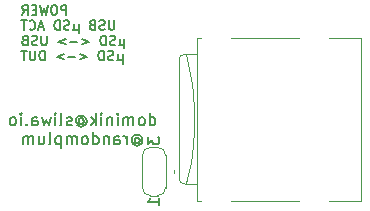
<source format=gbr>
G04 #@! TF.GenerationSoftware,KiCad,Pcbnew,5.99.0-unknown-r23941-4f651901*
G04 #@! TF.CreationDate,2020-11-30T00:39:06+01:00*
G04 #@! TF.ProjectId,sdrewire,73647265-7769-4726-952e-6b696361645f,rev?*
G04 #@! TF.SameCoordinates,PX70d1d60PY66b5f20*
G04 #@! TF.FileFunction,Legend,Bot*
G04 #@! TF.FilePolarity,Positive*
%FSLAX46Y46*%
G04 Gerber Fmt 4.6, Leading zero omitted, Abs format (unit mm)*
G04 Created by KiCad (PCBNEW 5.99.0-unknown-r23941-4f651901) date 2020-11-30 00:39:06*
%MOMM*%
%LPD*%
G01*
G04 APERTURE LIST*
%ADD10C,0.150000*%
%ADD11C,0.120000*%
G04 APERTURE END LIST*
D10*
X12170476Y12012620D02*
X12170476Y13012620D01*
X12170476Y12060239D02*
X12265714Y12012620D01*
X12456190Y12012620D01*
X12551428Y12060239D01*
X12599047Y12107858D01*
X12646666Y12203096D01*
X12646666Y12488810D01*
X12599047Y12584048D01*
X12551428Y12631667D01*
X12456190Y12679286D01*
X12265714Y12679286D01*
X12170476Y12631667D01*
X11551428Y12012620D02*
X11646666Y12060239D01*
X11694285Y12107858D01*
X11741904Y12203096D01*
X11741904Y12488810D01*
X11694285Y12584048D01*
X11646666Y12631667D01*
X11551428Y12679286D01*
X11408571Y12679286D01*
X11313333Y12631667D01*
X11265714Y12584048D01*
X11218095Y12488810D01*
X11218095Y12203096D01*
X11265714Y12107858D01*
X11313333Y12060239D01*
X11408571Y12012620D01*
X11551428Y12012620D01*
X10789523Y12012620D02*
X10789523Y12679286D01*
X10789523Y12584048D02*
X10741904Y12631667D01*
X10646666Y12679286D01*
X10503809Y12679286D01*
X10408571Y12631667D01*
X10360952Y12536429D01*
X10360952Y12012620D01*
X10360952Y12536429D02*
X10313333Y12631667D01*
X10218095Y12679286D01*
X10075238Y12679286D01*
X9980000Y12631667D01*
X9932380Y12536429D01*
X9932380Y12012620D01*
X9456190Y12012620D02*
X9456190Y12679286D01*
X9456190Y13012620D02*
X9503809Y12965000D01*
X9456190Y12917381D01*
X9408571Y12965000D01*
X9456190Y13012620D01*
X9456190Y12917381D01*
X8980000Y12679286D02*
X8980000Y12012620D01*
X8980000Y12584048D02*
X8932380Y12631667D01*
X8837142Y12679286D01*
X8694285Y12679286D01*
X8599047Y12631667D01*
X8551428Y12536429D01*
X8551428Y12012620D01*
X8075238Y12012620D02*
X8075238Y12679286D01*
X8075238Y13012620D02*
X8122857Y12965000D01*
X8075238Y12917381D01*
X8027619Y12965000D01*
X8075238Y13012620D01*
X8075238Y12917381D01*
X7599047Y12012620D02*
X7599047Y13012620D01*
X7503809Y12393572D02*
X7218095Y12012620D01*
X7218095Y12679286D02*
X7599047Y12298334D01*
X6170476Y12488810D02*
X6218095Y12536429D01*
X6313333Y12584048D01*
X6408571Y12584048D01*
X6503809Y12536429D01*
X6551428Y12488810D01*
X6599047Y12393572D01*
X6599047Y12298334D01*
X6551428Y12203096D01*
X6503809Y12155477D01*
X6408571Y12107858D01*
X6313333Y12107858D01*
X6218095Y12155477D01*
X6170476Y12203096D01*
X6170476Y12584048D02*
X6170476Y12203096D01*
X6122857Y12155477D01*
X6075238Y12155477D01*
X5980000Y12203096D01*
X5932380Y12298334D01*
X5932380Y12536429D01*
X6027619Y12679286D01*
X6170476Y12774524D01*
X6360952Y12822143D01*
X6551428Y12774524D01*
X6694285Y12679286D01*
X6789523Y12536429D01*
X6837142Y12345953D01*
X6789523Y12155477D01*
X6694285Y12012620D01*
X6551428Y11917381D01*
X6360952Y11869762D01*
X6170476Y11917381D01*
X6027619Y12012620D01*
X5551428Y12060239D02*
X5456190Y12012620D01*
X5265714Y12012620D01*
X5170476Y12060239D01*
X5122857Y12155477D01*
X5122857Y12203096D01*
X5170476Y12298334D01*
X5265714Y12345953D01*
X5408571Y12345953D01*
X5503809Y12393572D01*
X5551428Y12488810D01*
X5551428Y12536429D01*
X5503809Y12631667D01*
X5408571Y12679286D01*
X5265714Y12679286D01*
X5170476Y12631667D01*
X4551428Y12012620D02*
X4646666Y12060239D01*
X4694285Y12155477D01*
X4694285Y13012620D01*
X4170476Y12012620D02*
X4170476Y12679286D01*
X4170476Y13012620D02*
X4218095Y12965000D01*
X4170476Y12917381D01*
X4122857Y12965000D01*
X4170476Y13012620D01*
X4170476Y12917381D01*
X3789523Y12679286D02*
X3599047Y12012620D01*
X3408571Y12488810D01*
X3218095Y12012620D01*
X3027619Y12679286D01*
X2218095Y12012620D02*
X2218095Y12536429D01*
X2265714Y12631667D01*
X2360952Y12679286D01*
X2551428Y12679286D01*
X2646666Y12631667D01*
X2218095Y12060239D02*
X2313333Y12012620D01*
X2551428Y12012620D01*
X2646666Y12060239D01*
X2694285Y12155477D01*
X2694285Y12250715D01*
X2646666Y12345953D01*
X2551428Y12393572D01*
X2313333Y12393572D01*
X2218095Y12441191D01*
X1741904Y12107858D02*
X1694285Y12060239D01*
X1741904Y12012620D01*
X1789523Y12060239D01*
X1741904Y12107858D01*
X1741904Y12012620D01*
X1265714Y12012620D02*
X1265714Y12679286D01*
X1265714Y13012620D02*
X1313333Y12965000D01*
X1265714Y12917381D01*
X1218095Y12965000D01*
X1265714Y13012620D01*
X1265714Y12917381D01*
X646666Y12012620D02*
X741904Y12060239D01*
X789523Y12107858D01*
X837142Y12203096D01*
X837142Y12488810D01*
X789523Y12584048D01*
X741904Y12631667D01*
X646666Y12679286D01*
X503809Y12679286D01*
X408571Y12631667D01*
X360952Y12584048D01*
X313333Y12488810D01*
X313333Y12203096D01*
X360952Y12107858D01*
X408571Y12060239D01*
X503809Y12012620D01*
X646666Y12012620D01*
X10884761Y10878810D02*
X10932380Y10926429D01*
X11027619Y10974048D01*
X11122857Y10974048D01*
X11218095Y10926429D01*
X11265714Y10878810D01*
X11313333Y10783572D01*
X11313333Y10688334D01*
X11265714Y10593096D01*
X11218095Y10545477D01*
X11122857Y10497858D01*
X11027619Y10497858D01*
X10932380Y10545477D01*
X10884761Y10593096D01*
X10884761Y10974048D02*
X10884761Y10593096D01*
X10837142Y10545477D01*
X10789523Y10545477D01*
X10694285Y10593096D01*
X10646666Y10688334D01*
X10646666Y10926429D01*
X10741904Y11069286D01*
X10884761Y11164524D01*
X11075238Y11212143D01*
X11265714Y11164524D01*
X11408571Y11069286D01*
X11503809Y10926429D01*
X11551428Y10735953D01*
X11503809Y10545477D01*
X11408571Y10402620D01*
X11265714Y10307381D01*
X11075238Y10259762D01*
X10884761Y10307381D01*
X10741904Y10402620D01*
X10218095Y10402620D02*
X10218095Y11069286D01*
X10218095Y10878810D02*
X10170476Y10974048D01*
X10122857Y11021667D01*
X10027619Y11069286D01*
X9932380Y11069286D01*
X9170476Y10402620D02*
X9170476Y10926429D01*
X9218095Y11021667D01*
X9313333Y11069286D01*
X9503809Y11069286D01*
X9599047Y11021667D01*
X9170476Y10450239D02*
X9265714Y10402620D01*
X9503809Y10402620D01*
X9599047Y10450239D01*
X9646666Y10545477D01*
X9646666Y10640715D01*
X9599047Y10735953D01*
X9503809Y10783572D01*
X9265714Y10783572D01*
X9170476Y10831191D01*
X8694285Y11069286D02*
X8694285Y10402620D01*
X8694285Y10974048D02*
X8646666Y11021667D01*
X8551428Y11069286D01*
X8408571Y11069286D01*
X8313333Y11021667D01*
X8265714Y10926429D01*
X8265714Y10402620D01*
X7360952Y10402620D02*
X7360952Y11402620D01*
X7360952Y10450239D02*
X7456190Y10402620D01*
X7646666Y10402620D01*
X7741904Y10450239D01*
X7789523Y10497858D01*
X7837142Y10593096D01*
X7837142Y10878810D01*
X7789523Y10974048D01*
X7741904Y11021667D01*
X7646666Y11069286D01*
X7456190Y11069286D01*
X7360952Y11021667D01*
X6741904Y10402620D02*
X6837142Y10450239D01*
X6884761Y10497858D01*
X6932380Y10593096D01*
X6932380Y10878810D01*
X6884761Y10974048D01*
X6837142Y11021667D01*
X6741904Y11069286D01*
X6599047Y11069286D01*
X6503809Y11021667D01*
X6456190Y10974048D01*
X6408571Y10878810D01*
X6408571Y10593096D01*
X6456190Y10497858D01*
X6503809Y10450239D01*
X6599047Y10402620D01*
X6741904Y10402620D01*
X5980000Y10402620D02*
X5980000Y11069286D01*
X5980000Y10974048D02*
X5932380Y11021667D01*
X5837142Y11069286D01*
X5694285Y11069286D01*
X5599047Y11021667D01*
X5551428Y10926429D01*
X5551428Y10402620D01*
X5551428Y10926429D02*
X5503809Y11021667D01*
X5408571Y11069286D01*
X5265714Y11069286D01*
X5170476Y11021667D01*
X5122857Y10926429D01*
X5122857Y10402620D01*
X4646666Y11069286D02*
X4646666Y10069286D01*
X4646666Y11021667D02*
X4551428Y11069286D01*
X4360952Y11069286D01*
X4265714Y11021667D01*
X4218095Y10974048D01*
X4170476Y10878810D01*
X4170476Y10593096D01*
X4218095Y10497858D01*
X4265714Y10450239D01*
X4360952Y10402620D01*
X4551428Y10402620D01*
X4646666Y10450239D01*
X3599047Y10402620D02*
X3694285Y10450239D01*
X3741904Y10545477D01*
X3741904Y11402620D01*
X2789523Y11069286D02*
X2789523Y10402620D01*
X3218095Y11069286D02*
X3218095Y10545477D01*
X3170476Y10450239D01*
X3075238Y10402620D01*
X2932380Y10402620D01*
X2837142Y10450239D01*
X2789523Y10497858D01*
X2313333Y10402620D02*
X2313333Y11069286D01*
X2313333Y10974048D02*
X2265714Y11021667D01*
X2170476Y11069286D01*
X2027619Y11069286D01*
X1932380Y11021667D01*
X1884761Y10926429D01*
X1884761Y10402620D01*
X1884761Y10926429D02*
X1837142Y11021667D01*
X1741904Y11069286D01*
X1599047Y11069286D01*
X1503809Y11021667D01*
X1456190Y10926429D01*
X1456190Y10402620D01*
X5113214Y21370096D02*
X5113214Y22170096D01*
X4808452Y22170096D01*
X4732261Y22132000D01*
X4694166Y22093905D01*
X4656071Y22017715D01*
X4656071Y21903429D01*
X4694166Y21827239D01*
X4732261Y21789143D01*
X4808452Y21751048D01*
X5113214Y21751048D01*
X4160833Y22170096D02*
X4008452Y22170096D01*
X3932261Y22132000D01*
X3856071Y22055810D01*
X3817976Y21903429D01*
X3817976Y21636762D01*
X3856071Y21484381D01*
X3932261Y21408191D01*
X4008452Y21370096D01*
X4160833Y21370096D01*
X4237023Y21408191D01*
X4313214Y21484381D01*
X4351309Y21636762D01*
X4351309Y21903429D01*
X4313214Y22055810D01*
X4237023Y22132000D01*
X4160833Y22170096D01*
X3551309Y22170096D02*
X3360833Y21370096D01*
X3208452Y21941524D01*
X3056071Y21370096D01*
X2865595Y22170096D01*
X2560833Y21789143D02*
X2294166Y21789143D01*
X2179880Y21370096D02*
X2560833Y21370096D01*
X2560833Y22170096D01*
X2179880Y22170096D01*
X1379880Y21370096D02*
X1646547Y21751048D01*
X1837023Y21370096D02*
X1837023Y22170096D01*
X1532261Y22170096D01*
X1456071Y22132000D01*
X1417976Y22093905D01*
X1379880Y22017715D01*
X1379880Y21903429D01*
X1417976Y21827239D01*
X1456071Y21789143D01*
X1532261Y21751048D01*
X1837023Y21751048D01*
X9151309Y20882096D02*
X9151309Y20234477D01*
X9113214Y20158286D01*
X9075119Y20120191D01*
X8998928Y20082096D01*
X8846547Y20082096D01*
X8770357Y20120191D01*
X8732261Y20158286D01*
X8694166Y20234477D01*
X8694166Y20882096D01*
X8351309Y20120191D02*
X8237023Y20082096D01*
X8046547Y20082096D01*
X7970357Y20120191D01*
X7932261Y20158286D01*
X7894166Y20234477D01*
X7894166Y20310667D01*
X7932261Y20386858D01*
X7970357Y20424953D01*
X8046547Y20463048D01*
X8198928Y20501143D01*
X8275119Y20539239D01*
X8313214Y20577334D01*
X8351309Y20653524D01*
X8351309Y20729715D01*
X8313214Y20805905D01*
X8275119Y20844000D01*
X8198928Y20882096D01*
X8008452Y20882096D01*
X7894166Y20844000D01*
X7284642Y20501143D02*
X7170357Y20463048D01*
X7132261Y20424953D01*
X7094166Y20348762D01*
X7094166Y20234477D01*
X7132261Y20158286D01*
X7170357Y20120191D01*
X7246547Y20082096D01*
X7551309Y20082096D01*
X7551309Y20882096D01*
X7284642Y20882096D01*
X7208452Y20844000D01*
X7170357Y20805905D01*
X7132261Y20729715D01*
X7132261Y20653524D01*
X7170357Y20577334D01*
X7208452Y20539239D01*
X7284642Y20501143D01*
X7551309Y20501143D01*
X6141785Y20615429D02*
X6141785Y19815429D01*
X5760833Y20196381D02*
X5722738Y20120191D01*
X5646547Y20082096D01*
X6141785Y20196381D02*
X6103690Y20120191D01*
X6027500Y20082096D01*
X5875119Y20082096D01*
X5798928Y20120191D01*
X5760833Y20196381D01*
X5760833Y20615429D01*
X5341785Y20120191D02*
X5227500Y20082096D01*
X5037023Y20082096D01*
X4960833Y20120191D01*
X4922738Y20158286D01*
X4884642Y20234477D01*
X4884642Y20310667D01*
X4922738Y20386858D01*
X4960833Y20424953D01*
X5037023Y20463048D01*
X5189404Y20501143D01*
X5265595Y20539239D01*
X5303690Y20577334D01*
X5341785Y20653524D01*
X5341785Y20729715D01*
X5303690Y20805905D01*
X5265595Y20844000D01*
X5189404Y20882096D01*
X4998928Y20882096D01*
X4884642Y20844000D01*
X4541785Y20082096D02*
X4541785Y20882096D01*
X4351309Y20882096D01*
X4237023Y20844000D01*
X4160833Y20767810D01*
X4122738Y20691620D01*
X4084642Y20539239D01*
X4084642Y20424953D01*
X4122738Y20272572D01*
X4160833Y20196381D01*
X4237023Y20120191D01*
X4351309Y20082096D01*
X4541785Y20082096D01*
X3170357Y20310667D02*
X2789404Y20310667D01*
X3246547Y20082096D02*
X2979880Y20882096D01*
X2713214Y20082096D01*
X1989404Y20158286D02*
X2027500Y20120191D01*
X2141785Y20082096D01*
X2217976Y20082096D01*
X2332261Y20120191D01*
X2408452Y20196381D01*
X2446547Y20272572D01*
X2484642Y20424953D01*
X2484642Y20539239D01*
X2446547Y20691620D01*
X2408452Y20767810D01*
X2332261Y20844000D01*
X2217976Y20882096D01*
X2141785Y20882096D01*
X2027500Y20844000D01*
X1989404Y20805905D01*
X1760833Y20882096D02*
X1303690Y20882096D01*
X1532261Y20082096D02*
X1532261Y20882096D01*
X10027500Y19327429D02*
X10027500Y18527429D01*
X9646547Y18908381D02*
X9608452Y18832191D01*
X9532261Y18794096D01*
X10027500Y18908381D02*
X9989404Y18832191D01*
X9913214Y18794096D01*
X9760833Y18794096D01*
X9684642Y18832191D01*
X9646547Y18908381D01*
X9646547Y19327429D01*
X9227500Y18832191D02*
X9113214Y18794096D01*
X8922738Y18794096D01*
X8846547Y18832191D01*
X8808452Y18870286D01*
X8770357Y18946477D01*
X8770357Y19022667D01*
X8808452Y19098858D01*
X8846547Y19136953D01*
X8922738Y19175048D01*
X9075119Y19213143D01*
X9151309Y19251239D01*
X9189404Y19289334D01*
X9227500Y19365524D01*
X9227500Y19441715D01*
X9189404Y19517905D01*
X9151309Y19556000D01*
X9075119Y19594096D01*
X8884642Y19594096D01*
X8770357Y19556000D01*
X8427500Y18794096D02*
X8427500Y19594096D01*
X8237023Y19594096D01*
X8122738Y19556000D01*
X8046547Y19479810D01*
X8008452Y19403620D01*
X7970357Y19251239D01*
X7970357Y19136953D01*
X8008452Y18984572D01*
X8046547Y18908381D01*
X8122738Y18832191D01*
X8237023Y18794096D01*
X8427500Y18794096D01*
X6408452Y19327429D02*
X7017976Y19098858D01*
X6408452Y18870286D01*
X6027500Y19098858D02*
X5417976Y19098858D01*
X5037023Y19327429D02*
X4427500Y19098858D01*
X5037023Y18870286D01*
X3437023Y19594096D02*
X3437023Y18946477D01*
X3398928Y18870286D01*
X3360833Y18832191D01*
X3284642Y18794096D01*
X3132261Y18794096D01*
X3056071Y18832191D01*
X3017976Y18870286D01*
X2979880Y18946477D01*
X2979880Y19594096D01*
X2637023Y18832191D02*
X2522738Y18794096D01*
X2332261Y18794096D01*
X2256071Y18832191D01*
X2217976Y18870286D01*
X2179880Y18946477D01*
X2179880Y19022667D01*
X2217976Y19098858D01*
X2256071Y19136953D01*
X2332261Y19175048D01*
X2484642Y19213143D01*
X2560833Y19251239D01*
X2598928Y19289334D01*
X2637023Y19365524D01*
X2637023Y19441715D01*
X2598928Y19517905D01*
X2560833Y19556000D01*
X2484642Y19594096D01*
X2294166Y19594096D01*
X2179880Y19556000D01*
X1570357Y19213143D02*
X1456071Y19175048D01*
X1417976Y19136953D01*
X1379880Y19060762D01*
X1379880Y18946477D01*
X1417976Y18870286D01*
X1456071Y18832191D01*
X1532261Y18794096D01*
X1837023Y18794096D01*
X1837023Y19594096D01*
X1570357Y19594096D01*
X1494166Y19556000D01*
X1456071Y19517905D01*
X1417976Y19441715D01*
X1417976Y19365524D01*
X1456071Y19289334D01*
X1494166Y19251239D01*
X1570357Y19213143D01*
X1837023Y19213143D01*
X9875119Y18039429D02*
X9875119Y17239429D01*
X9494166Y17620381D02*
X9456071Y17544191D01*
X9379880Y17506096D01*
X9875119Y17620381D02*
X9837023Y17544191D01*
X9760833Y17506096D01*
X9608452Y17506096D01*
X9532261Y17544191D01*
X9494166Y17620381D01*
X9494166Y18039429D01*
X9075119Y17544191D02*
X8960833Y17506096D01*
X8770357Y17506096D01*
X8694166Y17544191D01*
X8656071Y17582286D01*
X8617976Y17658477D01*
X8617976Y17734667D01*
X8656071Y17810858D01*
X8694166Y17848953D01*
X8770357Y17887048D01*
X8922738Y17925143D01*
X8998928Y17963239D01*
X9037023Y18001334D01*
X9075119Y18077524D01*
X9075119Y18153715D01*
X9037023Y18229905D01*
X8998928Y18268000D01*
X8922738Y18306096D01*
X8732261Y18306096D01*
X8617976Y18268000D01*
X8275119Y17506096D02*
X8275119Y18306096D01*
X8084642Y18306096D01*
X7970357Y18268000D01*
X7894166Y18191810D01*
X7856071Y18115620D01*
X7817976Y17963239D01*
X7817976Y17848953D01*
X7856071Y17696572D01*
X7894166Y17620381D01*
X7970357Y17544191D01*
X8084642Y17506096D01*
X8275119Y17506096D01*
X6256071Y18039429D02*
X6865595Y17810858D01*
X6256071Y17582286D01*
X5875119Y17810858D02*
X5265595Y17810858D01*
X4884642Y18039429D02*
X4275119Y17810858D01*
X4884642Y17582286D01*
X3284642Y17506096D02*
X3284642Y18306096D01*
X3094166Y18306096D01*
X2979880Y18268000D01*
X2903690Y18191810D01*
X2865595Y18115620D01*
X2827500Y17963239D01*
X2827500Y17848953D01*
X2865595Y17696572D01*
X2903690Y17620381D01*
X2979880Y17544191D01*
X3094166Y17506096D01*
X3284642Y17506096D01*
X2484642Y18306096D02*
X2484642Y17658477D01*
X2446547Y17582286D01*
X2408452Y17544191D01*
X2332261Y17506096D01*
X2179880Y17506096D01*
X2103690Y17544191D01*
X2065595Y17582286D01*
X2027500Y17658477D01*
X2027500Y18306096D01*
X1760833Y18306096D02*
X1303690Y18306096D01*
X1532261Y17506096D02*
X1532261Y18306096D01*
G04 #@! TO.C,JP1*
X11982380Y11033334D02*
X11982380Y10414286D01*
X12363333Y10747620D01*
X12363333Y10604762D01*
X12410952Y10509524D01*
X12458571Y10461905D01*
X12553809Y10414286D01*
X12791904Y10414286D01*
X12887142Y10461905D01*
X12934761Y10509524D01*
X12982380Y10604762D01*
X12982380Y10890477D01*
X12934761Y10985715D01*
X12887142Y11033334D01*
X12982380Y5254286D02*
X12982380Y5825715D01*
X12982380Y5540000D02*
X11982380Y5540000D01*
X12125238Y5635239D01*
X12220476Y5730477D01*
X12268095Y5825715D01*
D11*
X13530000Y6700000D02*
X13530000Y9500000D01*
X12830000Y10150000D02*
X12230000Y10150000D01*
X12230000Y6050000D02*
X12830000Y6050000D01*
X11530000Y9500000D02*
X11530000Y6700000D01*
X12230000Y10150000D02*
G75*
G03*
X11530000Y9450000I0J-700000D01*
G01*
X11530000Y6750000D02*
G75*
G03*
X12230000Y6050000I700000J0D01*
G01*
X12830000Y6050000D02*
G75*
G03*
X13530000Y6750000I0J700000D01*
G01*
X13530000Y9450000D02*
G75*
G03*
X12830000Y10150000I-700000J0D01*
G01*
G04 #@! TO.C,C58*
X13520007Y7986175D02*
X13520007Y8201847D01*
X14240007Y7986175D02*
X14240007Y8201847D01*
G04 #@! TO.C,J3*
X15440000Y17230000D02*
X15740000Y15530000D01*
X15640000Y8830000D02*
X15340000Y7530000D01*
X19060000Y19440000D02*
X24840000Y19440000D01*
X30060000Y5620000D02*
X30060000Y19440000D01*
X15340000Y7530000D02*
X15240000Y7030000D01*
X16140000Y19440000D02*
X16540000Y19440000D01*
X16140000Y5620000D02*
X16540000Y5620000D01*
X16140000Y7030000D02*
X15140000Y7030000D01*
X14640000Y17530000D02*
X14640000Y7530000D01*
X15840000Y14730000D02*
X15940000Y13430000D01*
X16140000Y19440000D02*
X16140000Y5620000D01*
X16140000Y18030000D02*
X15140000Y18030000D01*
X27360000Y19440000D02*
X30060000Y19440000D01*
X27360000Y5620000D02*
X30060000Y5620000D01*
X15240000Y18030000D02*
X15440000Y17230000D01*
X15740000Y15530000D02*
X15840000Y14730000D01*
X15840000Y10330000D02*
X15640000Y8830000D01*
X19060000Y5620000D02*
X24840000Y5620000D01*
X15940000Y13430000D02*
X15940000Y11630000D01*
X15940000Y11630000D02*
X15840000Y10330000D01*
X14640000Y17530000D02*
G75*
G02*
X15140000Y18030000I500000J0D01*
G01*
X15140000Y7030000D02*
G75*
G02*
X14640000Y7530000I0J500000D01*
G01*
G04 #@! TD*
M02*

</source>
